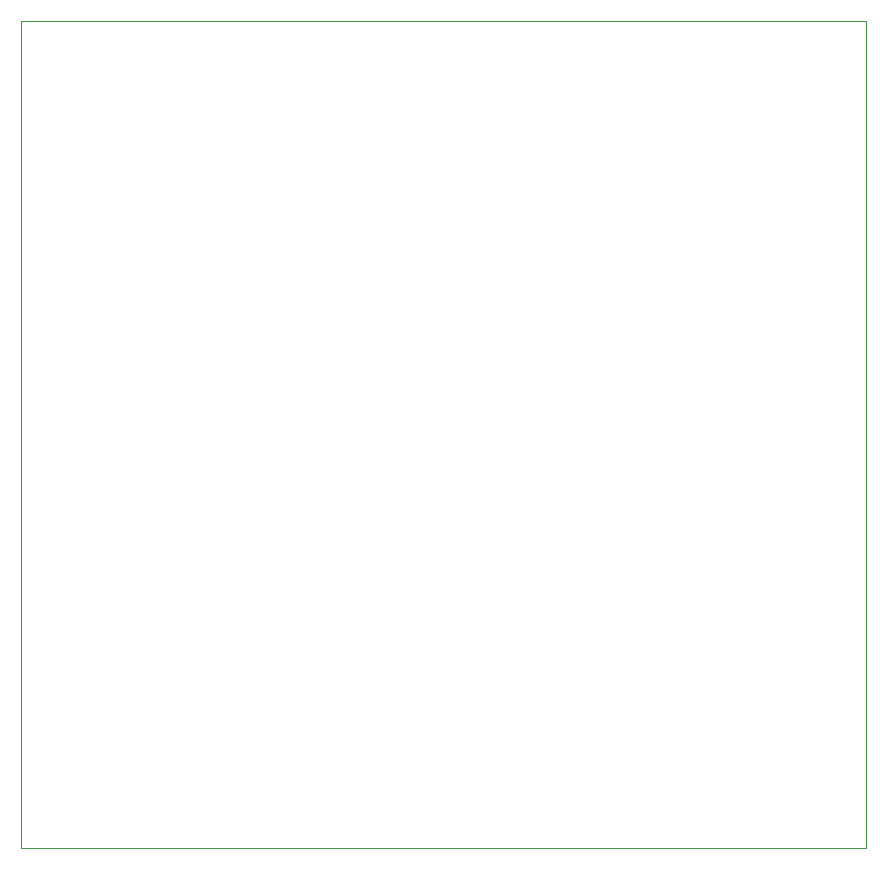
<source format=gbr>
%TF.GenerationSoftware,KiCad,Pcbnew,9.0.0*%
%TF.CreationDate,2025-04-10T20:17:47-05:00*%
%TF.ProjectId,SN76489AN_soundboard1,534e3736-3438-4394-914e-5f736f756e64,rev?*%
%TF.SameCoordinates,Original*%
%TF.FileFunction,Profile,NP*%
%FSLAX46Y46*%
G04 Gerber Fmt 4.6, Leading zero omitted, Abs format (unit mm)*
G04 Created by KiCad (PCBNEW 9.0.0) date 2025-04-10 20:17:47*
%MOMM*%
%LPD*%
G01*
G04 APERTURE LIST*
%TA.AperFunction,Profile*%
%ADD10C,0.050000*%
%TD*%
G04 APERTURE END LIST*
D10*
X59500000Y-100000000D02*
X131000000Y-100000000D01*
X59500000Y-100000000D02*
X59500000Y-30000000D01*
X131000000Y-30000000D02*
X59500000Y-30000000D01*
X131000000Y-30000000D02*
X131000000Y-100000000D01*
M02*

</source>
